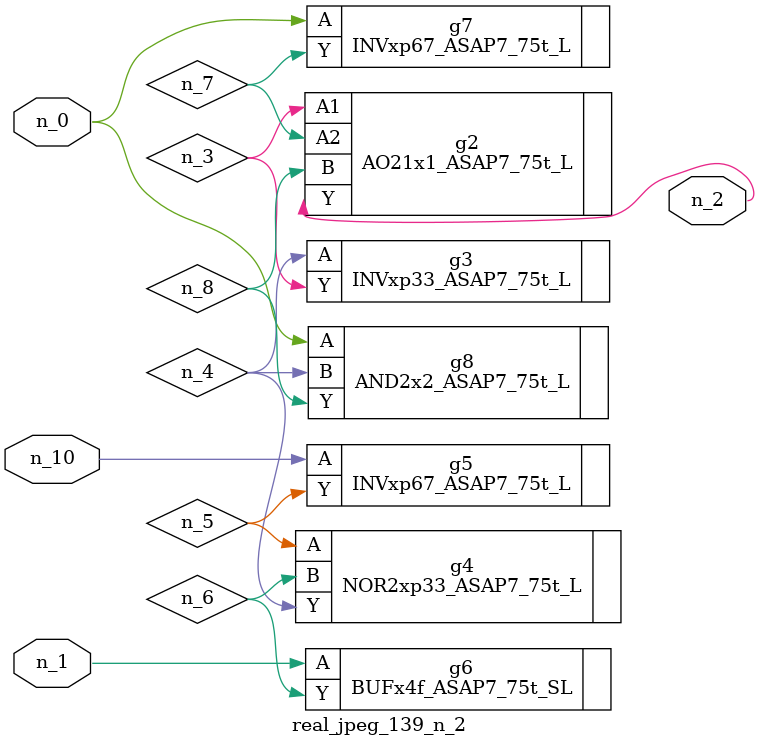
<source format=v>
module real_jpeg_139_n_2 (n_1, n_10, n_0, n_2);

input n_1;
input n_10;
input n_0;

output n_2;

wire n_5;
wire n_4;
wire n_8;
wire n_6;
wire n_7;
wire n_3;

INVxp67_ASAP7_75t_L g7 ( 
.A(n_0),
.Y(n_7)
);

AND2x2_ASAP7_75t_L g8 ( 
.A(n_0),
.B(n_4),
.Y(n_8)
);

BUFx4f_ASAP7_75t_SL g6 ( 
.A(n_1),
.Y(n_6)
);

AO21x1_ASAP7_75t_L g2 ( 
.A1(n_3),
.A2(n_7),
.B(n_8),
.Y(n_2)
);

INVxp33_ASAP7_75t_L g3 ( 
.A(n_4),
.Y(n_3)
);

NOR2xp33_ASAP7_75t_L g4 ( 
.A(n_5),
.B(n_6),
.Y(n_4)
);

INVxp67_ASAP7_75t_L g5 ( 
.A(n_10),
.Y(n_5)
);


endmodule
</source>
